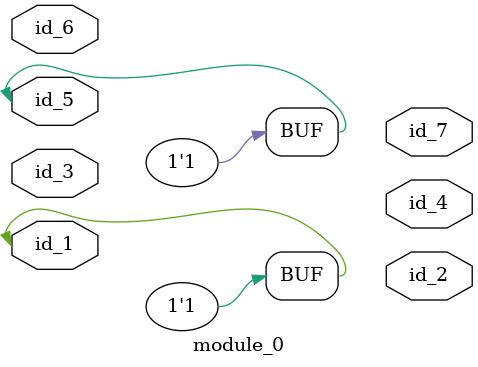
<source format=v>
`timescale 1ps / 1 ps
module module_0 (
    id_1,
    id_2,
    id_3,
    id_4,
    id_5,
    id_6,
    id_7
);
  output id_7;
  input id_6;
  inout id_5;
  output id_4;
  inout id_3;
  output id_2;
  inout id_1;
  assign id_1 = id_5;
  always @(1) begin
    id_5 = 1;
  end
  assign id_5 = 1;
endmodule

</source>
